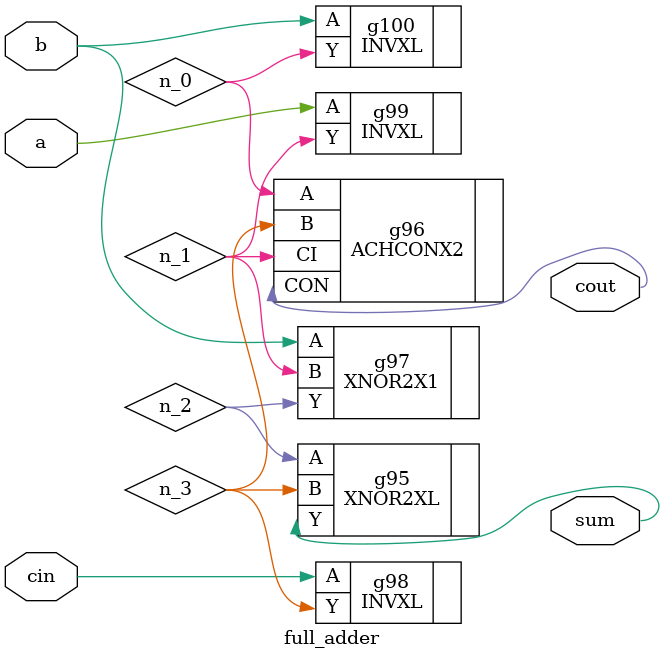
<source format=v>


// Verification Directory fv/full_adder 

module full_adder(a, b, cin, sum, cout);
  input a, b, cin;
  output sum, cout;
  wire a, b, cin;
  wire sum, cout;
  wire n_0, n_1, n_2, n_3;
  XNOR2XL g95(.A (n_2), .B (n_3), .Y (sum));
  ACHCONX2 g96(.A (n_0), .B (n_3), .CI (n_1), .CON (cout));
  XNOR2X1 g97(.A (b), .B (n_1), .Y (n_2));
  INVXL g99(.A (a), .Y (n_1));
  INVXL g100(.A (b), .Y (n_0));
  INVXL g98(.A (cin), .Y (n_3));
endmodule


</source>
